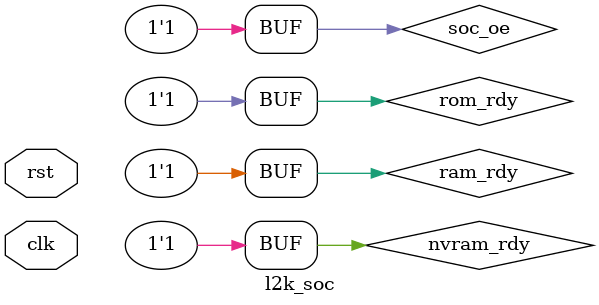
<source format=sv>
`timescale 1ns / 1ps

`include "l2k_cpu.sv"
`include "soc_nvram.sv"
`include "soc_rom.sv"
`include "soc_uart.sv"

module l2k_soc
(
    input rst,
    input clk
);
    wire soc_we;
    wire [31:0] addr;
    wire [31:0] data_from_cpu;
    wire [31:0] data_from_ram;
    reg irq;
    reg rdy;
    wire soc_ce;
    wire soc_oe;

    assign soc_oe = 1;
    l2k_cpu CPU(
        .rst(rst),
        .clk(clk),
        .we(soc_we),
        .ce(soc_ce),
        .irq(irq),
        .rdy(rdy),
        .addr(addr),
        .data_in(data_from_ram),
        .data_out(data_from_cpu)
    );

    wire rom_enable = (addr[31:16] == 16'hFFFE) ? 1 : 0;
    wire rom_rdy = 1;
    wire [31:0] rom_data_out;
    soc_rom ROM(
        .addr(addr[16:2]),
        .data_out(rom_data_out)
    );

    wire nvram_enable = (addr[31:16] == 16'hF800) ? 1 : 0;
    wire nvram_rdy = 1;
    wire [31:0] nvram_data_out;
    soc_nvram NVRAM(
        .clk(clk),
        .we(nvram_enable & soc_we),
        .addr(addr),
        .data_in(data_from_cpu),
        .data_out(nvram_data_out)
    );

    wire ram_enable = (addr[31:16] == 16'h0000) ? 1 : 0;
    wire ram_rdy = 1;
    wire [31:0] ram_data_out;
    soc_nvram RAM(
        .clk(clk),
        .we(ram_enable & soc_we),
        .addr(addr),
        .data_in(data_from_cpu),
        .data_out(ram_data_out)
    );

    wire uart_enable = (addr[31:16] == 16'hF800) ? 1 : 0;
    wire uart_rdy;
    wire [31:0] uart_data_out;
    soc_uart UAART(
        .clk(clk),
        .we(uart_enable & soc_we),
        .ce(uart_enable & soc_ce),
        .oe(uart_enable & soc_oe),
        .rdy(uart_rdy),
        .offset(addr[7:0]),
        .data_in(data_from_cpu[7:0]),
        .data_out(uart_data_out)
    );

    assign data_from_ram = uart_enable ? uart_data_out
        : nvram_enable ? nvram_data_out
        : ram_enable ? ram_data_out
        : rom_enable ? rom_data_out : 0;
    
    assign rdy = uart_enable ? uart_rdy
        : nvram_enable ? nvram_rdy
        : ram_enable ? ram_rdy
        : rom_enable ? rom_rdy : 0;
    
    always @(posedge clk) begin
        if(rst) begin
            irq <= 0;
        end
        if(uart_enable && !soc_we) begin
            if(uart_rdy) begin
                irq <= 1;
            end
        end
    end

    initial begin
        $display("Limn2600 Verilog SoC!");
    end
endmodule

</source>
